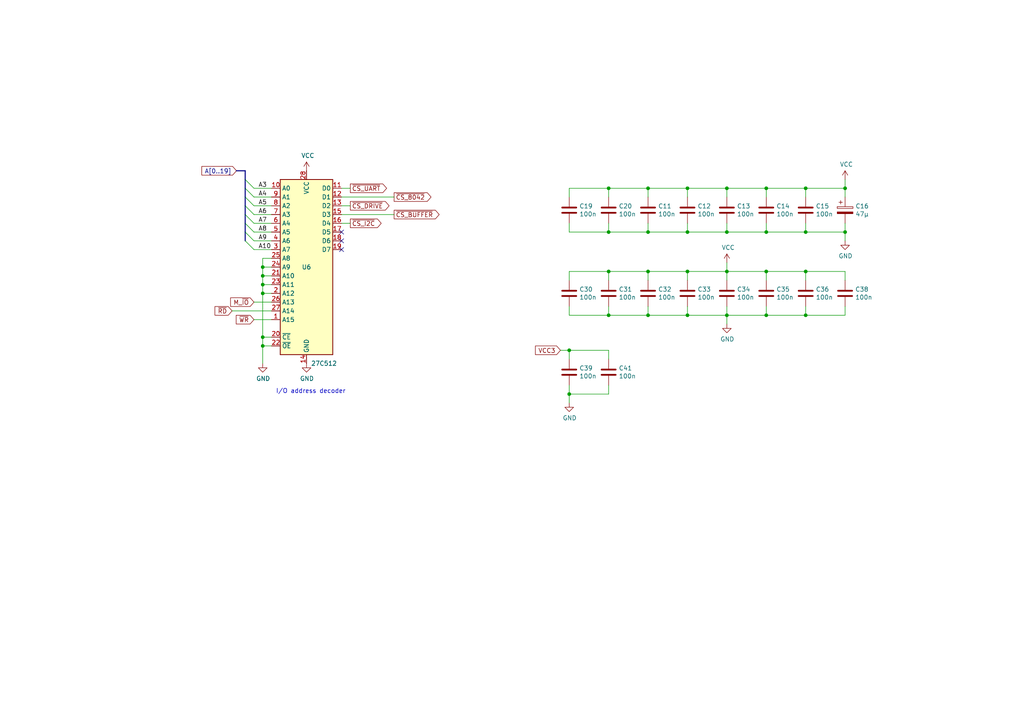
<source format=kicad_sch>
(kicad_sch (version 20230121) (generator eeschema)
  (paper "A4")
  (title_block (title "Mini8086 I/O board") (date "2020-11-05") (rev "1.0"))
  (lib_symbols
    (symbol "Device:C" (pin_numbers hide) (pin_names (offset 0.254))
      (property "Reference" "C" (at 0.635 2.54 0))
      (property "Value" "C" (at 0.635 -2.54 0))
      (symbol "C_0_1"
        (polyline (pts (xy -2.032 -0.762) (xy 2.032 -0.762)) (stroke (width 0.508)))
        (polyline (pts (xy -2.032 0.762) (xy 2.032 0.762)) (stroke (width 0.508)))
      )
      (symbol "C_1_1"
        (pin passive line (at 0 3.81 270) (length 2.794) (name "~") (number "1"))
        (pin passive line (at 0 -3.81 90) (length 2.794) (name "~") (number "2"))
      )
    )
    (symbol "Memory_EPROM:27C512"
      (property "Reference" "U" (at -7.62 26.67 0))
      (property "Value" "27C512" (at 2.54 -26.67 0))
      (symbol "27C512_1_1"
        (rectangle (start -7.62 25.4) (end 7.62 -25.4) (stroke (width 0.254)) (fill (type background)))
        (pin input line (at -10.16 -15.24 0) (length 2.54) (name "A15") (number "1"))
        (pin input line (at -10.16 22.86 0) (length 2.54) (name "A0") (number "10"))
        (pin tri_state line (at 10.16 22.86 180) (length 2.54) (name "D0") (number "11"))
        (pin tri_state line (at 10.16 20.32 180) (length 2.54) (name "D1") (number "12"))
        (pin tri_state line (at 10.16 17.78 180) (length 2.54) (name "D2") (number "13"))
        (pin power_in line (at 0 -27.94 90) (length 2.54) (name "GND") (number "14"))
        (pin tri_state line (at 10.16 15.24 180) (length 2.54) (name "D3") (number "15"))
        (pin tri_state line (at 10.16 12.7 180) (length 2.54) (name "D4") (number "16"))
        (pin tri_state line (at 10.16 10.16 180) (length 2.54) (name "D5") (number "17"))
        (pin tri_state line (at 10.16 7.62 180) (length 2.54) (name "D6") (number "18"))
        (pin tri_state line (at 10.16 5.08 180) (length 2.54) (name "D7") (number "19"))
        (pin input line (at -10.16 -7.62 0) (length 2.54) (name "A12") (number "2"))
        (pin input line (at -10.16 -20.32 0) (length 2.54) (name "~{CE}") (number "20"))
        (pin input line (at -10.16 -2.54 0) (length 2.54) (name "A10") (number "21"))
        (pin input line (at -10.16 -22.86 0) (length 2.54) (name "~{OE}") (number "22"))
        (pin input line (at -10.16 -5.08 0) (length 2.54) (name "A11") (number "23"))
        (pin input line (at -10.16 0 0) (length 2.54) (name "A9") (number "24"))
        (pin input line (at -10.16 2.54 0) (length 2.54) (name "A8") (number "25"))
        (pin input line (at -10.16 -10.16 0) (length 2.54) (name "A13") (number "26"))
        (pin input line (at -10.16 -12.7 0) (length 2.54) (name "A14") (number "27"))
        (pin power_in line (at 0 27.94 270) (length 2.54) (name "VCC") (number "28"))
        (pin input line (at -10.16 5.08 0) (length 2.54) (name "A7") (number "3"))
        (pin input line (at -10.16 7.62 0) (length 2.54) (name "A6") (number "4"))
        (pin input line (at -10.16 10.16 0) (length 2.54) (name "A5") (number "5"))
        (pin input line (at -10.16 12.7 0) (length 2.54) (name "A4") (number "6"))
        (pin input line (at -10.16 15.24 0) (length 2.54) (name "A3") (number "7"))
        (pin input line (at -10.16 17.78 0) (length 2.54) (name "A2") (number "8"))
        (pin input line (at -10.16 20.32 0) (length 2.54) (name "A1") (number "9"))
      )
    )
    (symbol "io_board-rescue:CP-Device" (pin_numbers hide) (pin_names (offset 0.254))
      (property "Reference" "C" (at 0.635 2.54 0))
      (property "Value" "Device_CP" (at 0.635 -2.54 0))
      (symbol "CP-Device_0_1"
        (rectangle (start -2.286 0.508) (end 2.286 1.016))
        (polyline (pts (xy -1.778 2.286) (xy -0.762 2.286)))
        (polyline (pts (xy -1.27 2.794) (xy -1.27 1.778)))
        (rectangle (start 2.286 -0.508) (end -2.286 -1.016) (fill (type outline)))
      )
      (symbol "CP-Device_1_1"
        (pin passive line (at 0 3.81 270) (length 2.794) (name "~") (number "1"))
        (pin passive line (at 0 -3.81 90) (length 2.794) (name "~") (number "2"))
      )
    )
    (symbol "power:GND" (power) (pin_names (offset 0))
      (property "Value" "GND" (at 0 -3.81 0))
      (symbol "GND_0_1"
        (polyline (pts (xy 0 0) (xy 0 -1.27) (xy 1.27 -1.27) (xy 0 -2.54) (xy -1.27 -1.27) (xy 0 -1.27)))
      )
      (symbol "GND_1_1"
        (pin power_in line (at 0 0 270) (length 0) hide (name "GND") (number "1"))
      )
    )
    (symbol "power:VCC" (power) (pin_names (offset 0))
      (property "Value" "VCC" (at 0 3.81 0))
      (symbol "VCC_0_1"
        (polyline (pts (xy -0.762 1.27) (xy 0 2.54)))
        (polyline (pts (xy 0 0) (xy 0 2.54)))
        (polyline (pts (xy 0 2.54) (xy 0.762 1.27)))
      )
      (symbol "VCC_1_1"
        (pin power_in line (at 0 0 90) (length 0) hide (name "VCC") (number "1"))
      )
    )
  )
  (junction (at 165.1 114.3))
  (junction (at 176.53 54.61))
  (junction (at 199.39 54.61))
  (junction (at 210.82 91.44))
  (junction (at 176.53 78.74))
  (junction (at 76.2 80.01))
  (junction (at 245.11 67.31))
  (junction (at 210.82 54.61))
  (junction (at 233.68 91.44))
  (junction (at 233.68 78.74))
  (junction (at 222.25 54.61))
  (junction (at 76.2 82.55))
  (junction (at 76.2 97.79))
  (junction (at 210.82 67.31))
  (junction (at 199.39 91.44))
  (junction (at 199.39 78.74))
  (junction (at 233.68 67.31))
  (junction (at 222.25 67.31))
  (junction (at 76.2 85.09))
  (junction (at 222.25 91.44))
  (junction (at 210.82 78.74))
  (junction (at 187.96 91.44))
  (junction (at 245.11 54.61))
  (junction (at 165.1 101.6))
  (junction (at 176.53 67.31))
  (junction (at 76.2 100.33))
  (junction (at 187.96 67.31))
  (junction (at 176.53 91.44))
  (junction (at 199.39 67.31))
  (junction (at 76.2 77.47))
  (junction (at 187.96 78.74))
  (junction (at 222.25 78.74))
  (junction (at 233.68 54.61))
  (junction (at 187.96 54.61))
  (no_connect (at 99.06 67.31))
  (no_connect (at 99.06 69.85))
  (no_connect (at 99.06 72.39))
  (bus_entry (at 73.66 62.23) (size -2.54 -2.54))
  (bus_entry (at 73.66 67.31) (size -2.54 -2.54))
  (bus_entry (at 73.66 59.69) (size -2.54 -2.54))
  (bus_entry (at 73.66 69.85) (size -2.54 -2.54))
  (bus_entry (at 73.66 64.77) (size -2.54 -2.54))
  (bus_entry (at 73.66 54.61) (size -2.54 -2.54))
  (bus_entry (at 73.66 57.15) (size -2.54 -2.54))
  (bus_entry (at 73.66 72.39) (size -2.54 -2.54))
  (wire (pts (xy 99.06 54.61) (xy 101.6 54.61)))
  (wire (pts (xy 73.66 64.77) (xy 78.74 64.77)))
  (wire (pts (xy 176.53 78.74) (xy 187.96 78.74)))
  (wire (pts (xy 222.25 64.77) (xy 222.25 67.31)))
  (wire (pts (xy 76.2 97.79) (xy 76.2 100.33)))
  (wire (pts (xy 187.96 57.15) (xy 187.96 54.61)))
  (wire (pts (xy 222.25 54.61) (xy 233.68 54.61)))
  (wire (pts (xy 210.82 64.77) (xy 210.82 67.31)))
  (wire (pts (xy 76.2 82.55) (xy 76.2 85.09)))
  (wire (pts (xy 165.1 67.31) (xy 176.53 67.31)))
  (wire (pts (xy 176.53 54.61) (xy 176.53 57.15)))
  (wire (pts (xy 233.68 88.9) (xy 233.68 91.44)))
  (wire (pts (xy 165.1 57.15) (xy 165.1 54.61)))
  (wire (pts (xy 187.96 81.28) (xy 187.96 78.74)))
  (wire (pts (xy 76.2 77.47) (xy 76.2 74.93)))
  (wire (pts (xy 210.82 54.61) (xy 222.25 54.61)))
  (wire (pts (xy 245.11 54.61) (xy 245.11 57.15)))
  (wire (pts (xy 78.74 69.85) (xy 73.66 69.85)))
  (wire (pts (xy 176.53 88.9) (xy 176.53 91.44)))
  (wire (pts (xy 245.11 81.28) (xy 245.11 78.74)))
  (bus (pts (xy 71.12 54.61) (xy 71.12 57.15)))
  (wire (pts (xy 233.68 91.44) (xy 245.11 91.44)))
  (bus (pts (xy 71.12 49.53) (xy 71.12 52.07)))
  (bus (pts (xy 71.12 62.23) (xy 71.12 64.77)))
  (wire (pts (xy 176.53 67.31) (xy 187.96 67.31)))
  (wire (pts (xy 210.82 78.74) (xy 222.25 78.74)))
  (wire (pts (xy 73.66 87.63) (xy 78.74 87.63)))
  (wire (pts (xy 76.2 77.47) (xy 76.2 80.01)))
  (wire (pts (xy 222.25 91.44) (xy 210.82 91.44)))
  (wire (pts (xy 199.39 64.77) (xy 199.39 67.31)))
  (wire (pts (xy 222.25 57.15) (xy 222.25 54.61)))
  (wire (pts (xy 233.68 57.15) (xy 233.68 54.61)))
  (wire (pts (xy 187.96 67.31) (xy 187.96 64.77)))
  (wire (pts (xy 176.53 111.76) (xy 176.53 114.3)))
  (wire (pts (xy 210.82 81.28) (xy 210.82 78.74)))
  (wire (pts (xy 187.96 91.44) (xy 176.53 91.44)))
  (wire (pts (xy 78.74 85.09) (xy 76.2 85.09)))
  (wire (pts (xy 114.3 62.23) (xy 99.06 62.23)))
  (wire (pts (xy 176.53 101.6) (xy 165.1 101.6)))
  (bus (pts (xy 71.12 64.77) (xy 71.12 67.31)))
  (wire (pts (xy 176.53 91.44) (xy 165.1 91.44)))
  (wire (pts (xy 222.25 67.31) (xy 210.82 67.31)))
  (wire (pts (xy 165.1 91.44) (xy 165.1 88.9)))
  (wire (pts (xy 245.11 54.61) (xy 245.11 52.07)))
  (wire (pts (xy 165.1 101.6) (xy 162.56 101.6)))
  (wire (pts (xy 210.82 88.9) (xy 210.82 91.44)))
  (wire (pts (xy 78.74 100.33) (xy 76.2 100.33)))
  (wire (pts (xy 165.1 104.14) (xy 165.1 101.6)))
  (wire (pts (xy 73.66 59.69) (xy 78.74 59.69)))
  (wire (pts (xy 78.74 82.55) (xy 76.2 82.55)))
  (wire (pts (xy 233.68 78.74) (xy 233.68 81.28)))
  (wire (pts (xy 176.53 81.28) (xy 176.53 78.74)))
  (wire (pts (xy 233.68 91.44) (xy 222.25 91.44)))
  (wire (pts (xy 245.11 67.31) (xy 233.68 67.31)))
  (wire (pts (xy 199.39 67.31) (xy 187.96 67.31)))
  (wire (pts (xy 78.74 80.01) (xy 76.2 80.01)))
  (bus (pts (xy 71.12 59.69) (xy 71.12 62.23)))
  (wire (pts (xy 210.82 67.31) (xy 199.39 67.31)))
  (wire (pts (xy 222.25 78.74) (xy 222.25 81.28)))
  (wire (pts (xy 199.39 78.74) (xy 210.82 78.74)))
  (wire (pts (xy 233.68 67.31) (xy 222.25 67.31)))
  (wire (pts (xy 73.66 54.61) (xy 78.74 54.61)))
  (wire (pts (xy 76.2 85.09) (xy 76.2 97.79)))
  (wire (pts (xy 165.1 114.3) (xy 165.1 111.76)))
  (wire (pts (xy 99.06 64.77) (xy 101.6 64.77)))
  (wire (pts (xy 222.25 88.9) (xy 222.25 91.44)))
  (wire (pts (xy 210.82 91.44) (xy 210.82 93.98)))
  (wire (pts (xy 76.2 100.33) (xy 76.2 105.41)))
  (wire (pts (xy 176.53 54.61) (xy 187.96 54.61)))
  (wire (pts (xy 199.39 78.74) (xy 199.39 81.28)))
  (bus (pts (xy 71.12 67.31) (xy 71.12 69.85)))
  (wire (pts (xy 165.1 78.74) (xy 165.1 81.28)))
  (bus (pts (xy 71.12 52.07) (xy 71.12 54.61)))
  (wire (pts (xy 176.53 64.77) (xy 176.53 67.31)))
  (wire (pts (xy 187.96 88.9) (xy 187.96 91.44)))
  (wire (pts (xy 73.66 67.31) (xy 78.74 67.31)))
  (wire (pts (xy 245.11 67.31) (xy 245.11 69.85)))
  (wire (pts (xy 78.74 92.71) (xy 73.66 92.71)))
  (wire (pts (xy 165.1 54.61) (xy 176.53 54.61)))
  (wire (pts (xy 78.74 77.47) (xy 76.2 77.47)))
  (wire (pts (xy 222.25 78.74) (xy 233.68 78.74)))
  (wire (pts (xy 78.74 97.79) (xy 76.2 97.79)))
  (wire (pts (xy 176.53 114.3) (xy 165.1 114.3)))
  (wire (pts (xy 210.82 57.15) (xy 210.82 54.61)))
  (wire (pts (xy 73.66 62.23) (xy 78.74 62.23)))
  (wire (pts (xy 165.1 64.77) (xy 165.1 67.31)))
  (wire (pts (xy 199.39 54.61) (xy 210.82 54.61)))
  (wire (pts (xy 187.96 78.74) (xy 199.39 78.74)))
  (wire (pts (xy 199.39 91.44) (xy 210.82 91.44)))
  (bus (pts (xy 71.12 57.15) (xy 71.12 59.69)))
  (wire (pts (xy 199.39 88.9) (xy 199.39 91.44)))
  (wire (pts (xy 187.96 54.61) (xy 199.39 54.61)))
  (wire (pts (xy 245.11 64.77) (xy 245.11 67.31)))
  (wire (pts (xy 199.39 91.44) (xy 187.96 91.44)))
  (wire (pts (xy 73.66 57.15) (xy 78.74 57.15)))
  (wire (pts (xy 76.2 74.93) (xy 78.74 74.93)))
  (wire (pts (xy 73.66 72.39) (xy 78.74 72.39)))
  (wire (pts (xy 210.82 78.74) (xy 210.82 76.2)))
  (wire (pts (xy 245.11 91.44) (xy 245.11 88.9)))
  (wire (pts (xy 99.06 59.69) (xy 101.6 59.69)))
  (wire (pts (xy 245.11 78.74) (xy 233.68 78.74)))
  (wire (pts (xy 165.1 116.84) (xy 165.1 114.3)))
  (wire (pts (xy 199.39 54.61) (xy 199.39 57.15)))
  (wire (pts (xy 99.06 57.15) (xy 114.3 57.15)))
  (wire (pts (xy 76.2 80.01) (xy 76.2 82.55)))
  (wire (pts (xy 78.74 90.17) (xy 67.31 90.17)))
  (wire (pts (xy 233.68 64.77) (xy 233.68 67.31)))
  (wire (pts (xy 233.68 54.61) (xy 245.11 54.61)))
  (wire (pts (xy 165.1 78.74) (xy 176.53 78.74)))
  (wire (pts (xy 176.53 104.14) (xy 176.53 101.6)))
  (bus (pts (xy 71.12 49.53) (xy 68.58 49.53)))
  (text "I/O address decoder" (at 80.01 114.3 0) (effects (font (size 1.27 1.27)) (justify left bottom)))
  (label "A8" (at 74.93 67.31 0))
  (label "A10" (at 74.93 72.39 0))
  (label "A3" (at 74.93 54.61 0))
  (label "A5" (at 74.93 59.69 0))
  (label "A9" (at 74.93 69.85 0))
  (label "A4" (at 74.93 57.15 0))
  (label "A7" (at 74.93 64.77 0))
  (label "A6" (at 74.93 62.23 0))
  (global_label "~{CS_DRIVE}" (shape output) (at 101.6 59.69 0) (property "Intersheetrefs" "${INTERSHEET_REFS}" (effects hide)))
  (global_label "~{CS_8042}" (shape output) (at 114.3 57.15 0) (property "Intersheetrefs" "${INTERSHEET_REFS}" (effects hide)))
  (global_label "~{CS_BUFFER}" (shape output) (at 114.3 62.23 0) (property "Intersheetrefs" "${INTERSHEET_REFS}" (effects hide)))
  (global_label "~{WR}" (shape input) (at 73.66 92.71 180) (property "Intersheetrefs" "${INTERSHEET_REFS}" (effects hide)))
  (global_label "VCC3" (shape input) (at 162.56 101.6 180) (property "Intersheetrefs" "${INTERSHEET_REFS}" (effects hide)))
  (global_label "M_~{IO}" (shape input) (at 73.66 87.63 180) (property "Intersheetrefs" "${INTERSHEET_REFS}" (effects hide)))
  (global_label "~{CS_I2C}" (shape output) (at 101.6 64.77 0) (property "Intersheetrefs" "${INTERSHEET_REFS}" (effects hide)))
  (global_label "A[0..19]" (shape input) (at 68.58 49.53 180) (property "Intersheetrefs" "${INTERSHEET_REFS}" (effects hide)))
  (global_label "~{RD}" (shape input) (at 67.31 90.17 180) (property "Intersheetrefs" "${INTERSHEET_REFS}" (effects hide)))
  (global_label "~{CS_UART}" (shape output) (at 101.6 54.61 0) (property "Intersheetrefs" "${INTERSHEET_REFS}" (effects hide)))
  (symbol (lib_id "Memory_EPROM:27C512") (at 88.9 77.47 0) (unit 1)
    (property "Reference" "U6" (at 88.9 77.47 0))
    (property "Value" "27C512" (at 93.98 105.41 0))
    (property "Footprint" "Package_DIP:DIP-28_W15.24mm_Socket_LongPads" (effects hide))
    (property "Datasheet" "http://ww1.microchip.com/downloads/en/DeviceDoc/doc0015.pdf" (effects hide))
    (instances (project "io_board" (path "" (reference "U6") (unit 1)) (path "" (reference "U?") (unit 1))))
  )
  (symbol (lib_id "power:GND") (at 88.9 105.41 0) (unit 1)
    (property "Reference" "#PWR028" (effects hide))
    (property "Value" "GND" (at 89.027 109.8042 0))
  )
  (symbol (lib_id "power:VCC") (at 88.9 49.53 0) (unit 1)
    (property "Reference" "#PWR027" (effects hide))
    (property "Value" "VCC" (at 89.281 45.1358 0))
  )
  (symbol (lib_id "power:GND") (at 76.2 105.41 0) (unit 1)
    (property "Reference" "#PWR026" (effects hide))
    (property "Value" "GND" (at 76.327 109.8042 0))
  )
  (symbol (lib_id "Device:C") (at 187.96 60.96 0) (unit 1)
    (property "Reference" "C11" (at 190.881 59.7916 0) (effects (justify left)))
    (property "Value" "100n" (at 190.881 62.103 0) (effects (justify left)))
    (property "Footprint" "Capacitor_SMD:C_1206_3216Metric" (effects hide))
  )
  (symbol (lib_id "Device:C") (at 199.39 60.96 0) (unit 1)
    (property "Reference" "C12" (at 202.311 59.7916 0) (effects (justify left)))
    (property "Value" "100n" (at 202.311 62.103 0) (effects (justify left)))
    (property "Footprint" "Capacitor_SMD:C_1206_3216Metric" (effects hide))
  )
  (symbol (lib_id "Device:C") (at 210.82 60.96 0) (unit 1)
    (property "Reference" "C13" (at 213.741 59.7916 0) (effects (justify left)))
    (property "Value" "100n" (at 213.741 62.103 0) (effects (justify left)))
    (property "Footprint" "Capacitor_SMD:C_1206_3216Metric" (effects hide))
  )
  (symbol (lib_id "Device:C") (at 222.25 60.96 0) (unit 1)
    (property "Reference" "C14" (at 225.171 59.7916 0) (effects (justify left)))
    (property "Value" "100n" (at 225.171 62.103 0) (effects (justify left)))
    (property "Footprint" "Capacitor_SMD:C_1206_3216Metric" (effects hide))
  )
  (symbol (lib_id "Device:C") (at 233.68 60.96 0) (unit 1)
    (property "Reference" "C15" (at 236.601 59.7916 0) (effects (justify left)))
    (property "Value" "100n" (at 236.601 62.103 0) (effects (justify left)))
    (property "Footprint" "Capacitor_SMD:C_1206_3216Metric" (effects hide))
  )
  (symbol (lib_id "io_board-rescue:CP-Device") (at 245.11 60.96 0) (unit 1)
    (property "Reference" "C16" (at 248.1072 59.7916 0) (effects (justify left)))
    (property "Value" "47µ" (at 248.1072 62.103 0) (effects (justify left)))
    (property "Footprint" "Capacitor_THT:CP_Radial_D5.0mm_P2.00mm" (effects hide))
  )
  (symbol (lib_id "power:VCC") (at 245.11 52.07 0) (unit 1)
    (property "Reference" "#PWR029" (effects hide))
    (property "Value" "VCC" (at 245.491 47.6758 0))
  )
  (symbol (lib_id "power:GND") (at 245.11 69.85 0) (unit 1)
    (property "Reference" "#PWR030" (effects hide))
    (property "Value" "GND" (at 245.237 74.2442 0))
  )
  (symbol (lib_id "Device:C") (at 176.53 60.96 0) (unit 1)
    (property "Reference" "C20" (at 179.451 59.7916 0) (effects (justify left)))
    (property "Value" "100n" (at 179.451 62.103 0) (effects (justify left)))
    (property "Footprint" "Capacitor_SMD:C_1206_3216Metric" (effects hide))
  )
  (symbol (lib_id "Device:C") (at 165.1 60.96 0) (unit 1)
    (property "Reference" "C19" (at 168.021 59.7916 0) (effects (justify left)))
    (property "Value" "100n" (at 168.021 62.103 0) (effects (justify left)))
    (property "Footprint" "Capacitor_SMD:C_1206_3216Metric" (effects hide))
  )
  (symbol (lib_id "Device:C") (at 222.25 85.09 0) (unit 1)
    (property "Reference" "C35" (at 225.171 83.9216 0) (effects (justify left)))
    (property "Value" "100n" (at 225.171 86.233 0) (effects (justify left)))
    (property "Footprint" "Capacitor_SMD:C_1206_3216Metric" (effects hide))
  )
  (symbol (lib_id "Device:C") (at 233.68 85.09 0) (unit 1)
    (property "Reference" "C36" (at 236.601 83.9216 0) (effects (justify left)))
    (property "Value" "100n" (at 236.601 86.233 0) (effects (justify left)))
    (property "Footprint" "Capacitor_SMD:C_1206_3216Metric" (effects hide))
  )
  (symbol (lib_id "Device:C") (at 165.1 107.95 0) (unit 1)
    (property "Reference" "C39" (at 168.021 106.7816 0) (effects (justify left)))
    (property "Value" "100n" (at 168.021 109.093 0) (effects (justify left)))
    (property "Footprint" "Capacitor_SMD:C_1206_3216Metric" (effects hide))
  )
  (symbol (lib_id "Device:C") (at 245.11 85.09 0) (unit 1)
    (property "Reference" "C38" (at 248.031 83.9216 0) (effects (justify left)))
    (property "Value" "100n" (at 248.031 86.233 0) (effects (justify left)))
    (property "Footprint" "Capacitor_SMD:C_1206_3216Metric" (effects hide))
  )
  (symbol (lib_id "Device:C") (at 165.1 85.09 0) (unit 1)
    (property "Reference" "C30" (at 168.021 83.9216 0) (effects (justify left)))
    (property "Value" "100n" (at 168.021 86.233 0) (effects (justify left)))
    (property "Footprint" "Capacitor_SMD:C_1206_3216Metric" (effects hide))
  )
  (symbol (lib_id "Device:C") (at 176.53 85.09 0) (unit 1)
    (property "Reference" "C31" (at 179.451 83.9216 0) (effects (justify left)))
    (property "Value" "100n" (at 179.451 86.233 0) (effects (justify left)))
    (property "Footprint" "Capacitor_SMD:C_1206_3216Metric" (effects hide))
  )
  (symbol (lib_id "Device:C") (at 187.96 85.09 0) (unit 1)
    (property "Reference" "C32" (at 190.881 83.9216 0) (effects (justify left)))
    (property "Value" "100n" (at 190.881 86.233 0) (effects (justify left)))
    (property "Footprint" "Capacitor_SMD:C_1206_3216Metric" (effects hide))
  )
  (symbol (lib_id "Device:C") (at 199.39 85.09 0) (unit 1)
    (property "Reference" "C33" (at 202.311 83.9216 0) (effects (justify left)))
    (property "Value" "100n" (at 202.311 86.233 0) (effects (justify left)))
    (property "Footprint" "Capacitor_SMD:C_1206_3216Metric" (effects hide))
  )
  (symbol (lib_id "Device:C") (at 210.82 85.09 0) (unit 1)
    (property "Reference" "C34" (at 213.741 83.9216 0) (effects (justify left)))
    (property "Value" "100n" (at 213.741 86.233 0) (effects (justify left)))
    (property "Footprint" "Capacitor_SMD:C_1206_3216Metric" (effects hide))
  )
  (symbol (lib_id "power:GND") (at 210.82 93.98 0) (unit 1)
    (property "Reference" "#PWR055" (effects hide))
    (property "Value" "GND" (at 210.947 98.3742 0))
  )
  (symbol (lib_id "power:VCC") (at 210.82 76.2 0) (unit 1)
    (property "Reference" "#PWR053" (effects hide))
    (property "Value" "VCC" (at 211.201 71.8058 0))
  )
  (symbol (lib_id "Device:C") (at 176.53 107.95 0) (unit 1)
    (property "Reference" "C41" (at 179.451 106.7816 0) (effects (justify left)))
    (property "Value" "100n" (at 179.451 109.093 0) (effects (justify left)))
    (property "Footprint" "Capacitor_SMD:C_1206_3216Metric" (effects hide))
  )
  (symbol (lib_id "power:GND") (at 165.1 116.84 0) (unit 1)
    (property "Reference" "#PWR0106" (effects hide))
    (property "Value" "GND" (at 165.227 121.2342 0))
  )
)
</source>
